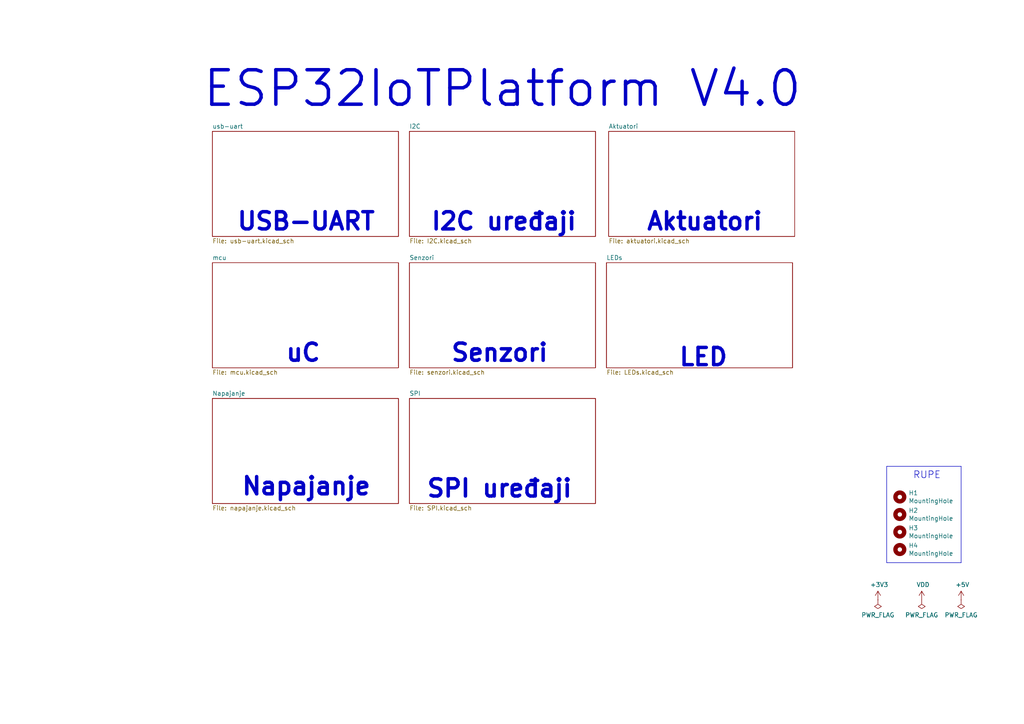
<source format=kicad_sch>
(kicad_sch (version 20230121) (generator eeschema)
  (paper "A4")
  (title_block (title "ESP32IoTPlatform") (date "2022-02-09") (rev "v4r1") (company "TVZ"))
  (lib_symbols
    (symbol "Mechanical:MountingHole" (pin_names (offset 1.016))
      (property "Reference" "H" (at 0 5.08 0))
      (property "Value" "MountingHole" (at 0 3.175 0))
      (symbol "MountingHole_0_1"
        (circle (center 0 0) (radius 1.27) (stroke (width 1.27)))
      )
    )
    (symbol "power:+3V3" (power) (pin_names (offset 0))
      (property "Value" "+3V3" (at 0 3.556 0))
      (symbol "+3V3_0_1"
        (polyline (pts (xy -0.762 1.27) (xy 0 2.54)))
        (polyline (pts (xy 0 0) (xy 0 2.54)))
        (polyline (pts (xy 0 2.54) (xy 0.762 1.27)))
      )
      (symbol "+3V3_1_1"
        (pin power_in line (at 0 0 90) (length 0) hide (name "+3V3") (number "1"))
      )
    )
    (symbol "power:+5V" (power) (pin_names (offset 0))
      (property "Value" "+5V" (at 0 3.556 0))
      (symbol "+5V_0_1"
        (polyline (pts (xy -0.762 1.27) (xy 0 2.54)))
        (polyline (pts (xy 0 0) (xy 0 2.54)))
        (polyline (pts (xy 0 2.54) (xy 0.762 1.27)))
      )
      (symbol "+5V_1_1"
        (pin power_in line (at 0 0 90) (length 0) hide (name "+5V") (number "1"))
      )
    )
    (symbol "power:PWR_FLAG" (power) (pin_numbers hide) (pin_names (offset 0) hide)
      (property "Value" "PWR_FLAG" (at 0 3.81 0))
      (symbol "PWR_FLAG_0_0"
        (pin power_out line (at 0 0 90) (length 0) (name "pwr") (number "1"))
      )
      (symbol "PWR_FLAG_0_1"
        (polyline (pts (xy 0 0) (xy 0 1.27) (xy -1.016 1.905) (xy 0 2.54) (xy 1.016 1.905) (xy 0 1.27)))
      )
    )
    (symbol "power:VDD" (power) (pin_names (offset 0))
      (property "Value" "VDD" (at 0 3.81 0))
      (symbol "VDD_0_1"
        (polyline (pts (xy -0.762 1.27) (xy 0 2.54)))
        (polyline (pts (xy 0 0) (xy 0 2.54)))
        (polyline (pts (xy 0 2.54) (xy 0.762 1.27)))
      )
      (symbol "VDD_1_1"
        (pin power_in line (at 0 0 90) (length 0) hide (name "VDD") (number "1"))
      )
    )
  )
  (polyline (pts (xy 278.765 135.255) (xy 257.175 135.255)))
  (polyline (pts (xy 257.175 135.255) (xy 257.175 163.195)))
  (polyline (pts (xy 278.765 163.195) (xy 278.765 135.255)))
  (polyline (pts (xy 257.175 163.195) (xy 278.765 163.195)))
  (text "RUPE" (at 264.795 139.065 0) (effects (font (size 2.0066 2.0066)) (justify left bottom)))
  (text "LED" (at 211.455 106.68 0) (effects (font (size 5 5) (thickness 1) bold) (justify right bottom)))
  (text "Aktuatori" (at 221.615 67.31 0) (effects (font (size 5 5) (thickness 1) bold) (justify right bottom)))
  (text "Senzori" (at 159.385 105.41 0) (effects (font (size 5 5) (thickness 1) bold) (justify right bottom)))
  (text "Napajanje" (at 107.95 144.145 0) (effects (font (size 5 5) (thickness 1) bold) (justify right bottom)))
  (text "SPI uređaji" (at 166.37 144.78 0) (effects (font (size 5 5) (thickness 1) bold) (justify right bottom)))
  (text "uC" (at 93.345 105.41 0) (effects (font (size 5 5) (thickness 1) bold) (justify right bottom)))
  (text "ESP32IoTPlatform V4.0" (at 233.045 31.75 0) (effects (font (size 10 10) (thickness 1) bold) (justify right bottom)))
  (text "I2C uređaji" (at 167.64 67.31 0) (effects (font (size 5 5) (thickness 1) bold) (justify right bottom)))
  (text "USB-UART" (at 109.22 67.31 0) (effects (font (size 5 5) (thickness 1) bold) (justify right bottom)))
  (symbol (lib_id "power:PWR_FLAG") (at 267.335 173.99 180) (unit 1)
    (property "Reference" "#FLG0103" (effects hide))
    (property "Value" "PWR_FLAG" (at 267.335 178.3842 0))
  )
  (symbol (lib_id "power:PWR_FLAG") (at 254.635 173.99 180) (unit 1)
    (property "Reference" "#FLG0102" (effects hide))
    (property "Value" "PWR_FLAG" (at 254.635 178.3842 0))
  )
  (symbol (lib_id "power:+3V3") (at 254.635 173.99 0) (unit 1)
    (property "Reference" "#PWR0102" (effects hide))
    (property "Value" "+3V3" (at 255.016 169.5958 0))
  )
  (symbol (lib_id "power:PWR_FLAG") (at 278.765 173.99 180) (unit 1)
    (property "Reference" "#FLG0101" (effects hide))
    (property "Value" "PWR_FLAG" (at 278.765 178.3842 0))
  )
  (symbol (lib_id "power:+5V") (at 278.765 173.99 0) (unit 1)
    (property "Reference" "#PWR0103" (effects hide))
    (property "Value" "+5V" (at 279.146 169.5958 0))
  )
  (symbol (lib_id "Mechanical:MountingHole") (at 260.985 159.385 0) (unit 1)
    (property "Reference" "H4" (at 263.525 158.2166 0) (effects (justify left)))
    (property "Value" "MountingHole" (at 263.525 160.528 0) (effects (justify left)))
    (property "Footprint" "ESP32IoTPlatform:MountingHole_3.2mm_M3_Pad_Via_edited" (effects hide))
  )
  (symbol (lib_id "Mechanical:MountingHole") (at 260.985 144.145 0) (unit 1)
    (property "Reference" "H1" (at 263.525 142.9766 0) (effects (justify left)))
    (property "Value" "MountingHole" (at 263.525 145.288 0) (effects (justify left)))
    (property "Footprint" "ESP32IoTPlatform:MountingHole_3.2mm_M3_Pad_Via_edited" (effects hide))
  )
  (symbol (lib_id "Mechanical:MountingHole") (at 260.985 149.225 0) (unit 1)
    (property "Reference" "H2" (at 263.525 148.0566 0) (effects (justify left)))
    (property "Value" "MountingHole" (at 263.525 150.368 0) (effects (justify left)))
    (property "Footprint" "ESP32IoTPlatform:MountingHole_3.2mm_M3_Pad_Via_edited" (effects hide))
  )
  (symbol (lib_id "power:VDD") (at 267.335 173.99 0) (unit 1)
    (property "Reference" "#PWR0101" (effects hide))
    (property "Value" "VDD" (at 267.716 169.5958 0))
  )
  (symbol (lib_id "Mechanical:MountingHole") (at 260.985 154.305 0) (unit 1)
    (property "Reference" "H3" (at 263.525 153.1366 0) (effects (justify left)))
    (property "Value" "MountingHole" (at 263.525 155.448 0) (effects (justify left)))
    (property "Footprint" "ESP32IoTPlatform:MountingHole_3.2mm_M3_Pad_Via_edited" (effects hide))
  )
  (sheet (at 61.595 115.57) (size 53.975 30.48) (stroke (width 0.1524))
    (property "Sheetname" "Napajanje" (at 61.595 114.8584 0) (effects (justify left bottom)))
    (property "Sheetfile" "napajanje.kicad_sch" (at 61.595 146.6346 0) (effects (justify left top)))
  )
  (sheet (at 118.745 38.1) (size 53.975 30.48) (stroke (width 0.1524))
    (property "Sheetname" "I2C" (at 118.745 37.3884 0) (effects (justify left bottom)))
    (property "Sheetfile" "I2C.kicad_sch" (at 118.745 69.1646 0) (effects (justify left top)))
  )
  (sheet (at 61.595 38.1) (size 53.975 30.48) (stroke (width 0.1524))
    (property "Sheetname" "usb-uart" (at 61.595 37.3884 0) (effects (justify left bottom)))
    (property "Sheetfile" "usb-uart.kicad_sch" (at 61.595 69.1646 0) (effects (justify left top)))
  )
  (sheet (at 175.895 76.2) (size 53.975 30.48) (stroke (width 0.1524))
    (property "Sheetname" "LEDs" (at 175.895 75.4884 0) (effects (justify left bottom)))
    (property "Sheetfile" "LEDs.kicad_sch" (at 175.895 107.2646 0) (effects (justify left top)))
  )
  (sheet (at 176.53 38.1) (size 53.975 30.48) (stroke (width 0.1524))
    (property "Sheetname" "Aktuatori" (at 176.53 37.3884 0) (effects (justify left bottom)))
    (property "Sheetfile" "aktuatori.kicad_sch" (at 176.53 69.1646 0) (effects (justify left top)))
  )
  (sheet (at 118.745 115.57) (size 53.975 30.48) (stroke (width 0.1524))
    (property "Sheetname" "SPI" (at 118.745 114.8584 0) (effects (justify left bottom)))
    (property "Sheetfile" "SPI.kicad_sch" (at 118.745 146.6346 0) (effects (justify left top)))
  )
  (sheet (at 61.595 76.2) (size 53.975 30.48) (stroke (width 0.1524))
    (property "Sheetname" "mcu" (at 61.595 75.4884 0) (effects (justify left bottom)))
    (property "Sheetfile" "mcu.kicad_sch" (at 61.595 107.2646 0) (effects (justify left top)))
  )
  (sheet (at 118.745 76.2) (size 53.975 30.48) (stroke (width 0.1524))
    (property "Sheetname" "Senzori" (at 118.745 75.4884 0) (effects (justify left bottom)))
    (property "Sheetfile" "senzori.kicad_sch" (at 118.745 107.2646 0) (effects (justify left top)))
  )
)
</source>
